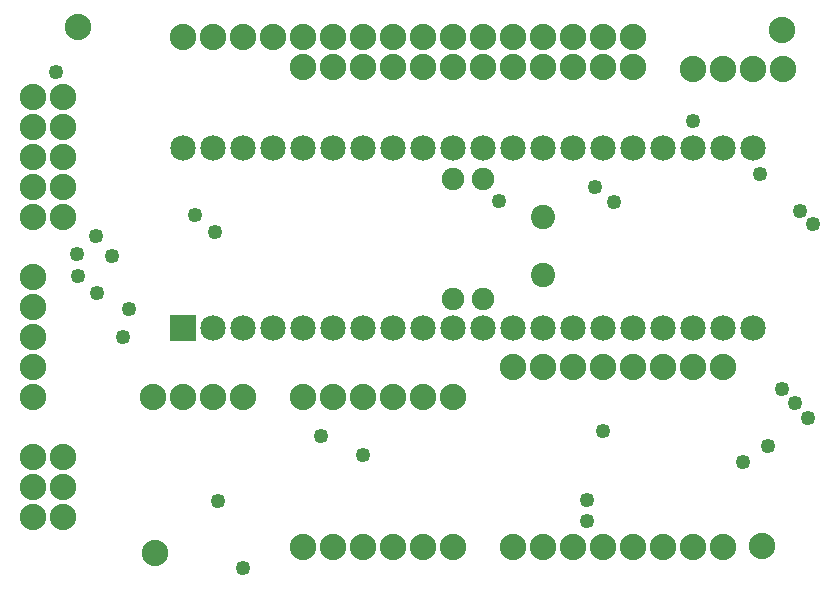
<source format=gts>
G04 MADE WITH FRITZING*
G04 WWW.FRITZING.ORG*
G04 DOUBLE SIDED*
G04 HOLES PLATED*
G04 CONTOUR ON CENTER OF CONTOUR VECTOR*
%ASAXBY*%
%FSLAX23Y23*%
%MOIN*%
%OFA0B0*%
%SFA1.0B1.0*%
%ADD10C,0.049370*%
%ADD11C,0.085000*%
%ADD12C,0.088000*%
%ADD13C,0.075000*%
%ADD14C,0.080925*%
%ADD15C,0.080866*%
%ADD16R,0.085000X0.085000*%
%LNMASK1*%
G90*
G70*
G54D10*
X1981Y1312D03*
X407Y812D03*
X805Y43D03*
X1661Y1265D03*
X256Y1014D03*
X319Y959D03*
X371Y1083D03*
X427Y905D03*
X254Y1088D03*
X315Y1148D03*
X183Y1694D03*
X2043Y1261D03*
X2530Y1356D03*
X2305Y1531D03*
X712Y1163D03*
X645Y1219D03*
X2663Y1230D03*
X2705Y1188D03*
X2474Y395D03*
X2557Y448D03*
X2602Y637D03*
X2646Y590D03*
X2691Y543D03*
X2007Y498D03*
X1066Y481D03*
X1207Y418D03*
X724Y265D03*
X1952Y268D03*
X1952Y198D03*
G54D11*
X607Y843D03*
X607Y1443D03*
X707Y843D03*
X707Y1443D03*
X807Y843D03*
X807Y1443D03*
X907Y843D03*
X907Y1443D03*
X1007Y843D03*
X1007Y1443D03*
X1107Y843D03*
X1107Y1443D03*
X1207Y843D03*
X1207Y1443D03*
X1307Y843D03*
X1307Y1443D03*
X1407Y843D03*
X1407Y1443D03*
X1507Y843D03*
X1507Y1443D03*
X1607Y843D03*
X1607Y1443D03*
X1707Y843D03*
X1707Y1443D03*
X1807Y843D03*
X1807Y1443D03*
X1907Y843D03*
X1907Y1443D03*
X2007Y843D03*
X2007Y1443D03*
X2107Y843D03*
X2107Y1443D03*
X2207Y843D03*
X2207Y1443D03*
X2307Y843D03*
X2307Y1443D03*
X2407Y843D03*
X2407Y1443D03*
X2507Y843D03*
X2507Y1443D03*
G54D12*
X207Y1612D03*
X207Y1512D03*
X207Y1412D03*
X207Y1312D03*
X207Y1212D03*
X257Y1845D03*
X2602Y1834D03*
X2535Y115D03*
X513Y90D03*
X107Y1612D03*
X107Y1512D03*
X107Y1412D03*
X107Y1312D03*
X107Y1212D03*
X107Y612D03*
X107Y712D03*
X107Y812D03*
X207Y412D03*
X107Y412D03*
X207Y312D03*
X107Y312D03*
X207Y212D03*
X107Y212D03*
X607Y1812D03*
X707Y1812D03*
X807Y1812D03*
X907Y1812D03*
X2107Y1812D03*
X2007Y1812D03*
X1907Y1812D03*
X1807Y1812D03*
X1707Y1812D03*
X1607Y1812D03*
X1507Y1812D03*
X1407Y1812D03*
X1307Y1812D03*
X1207Y1812D03*
X1107Y1812D03*
X1007Y1812D03*
X1007Y1712D03*
X1107Y1712D03*
X1207Y1712D03*
X1307Y1712D03*
X1407Y1712D03*
X1507Y1712D03*
X1607Y1712D03*
X1707Y1712D03*
X1807Y1712D03*
X1907Y1712D03*
X2007Y1712D03*
X2107Y1712D03*
X2307Y1704D03*
X2407Y1704D03*
X2507Y1704D03*
X2607Y1704D03*
X107Y1012D03*
X107Y912D03*
X1707Y712D03*
X1807Y712D03*
X1907Y712D03*
X2007Y712D03*
X2107Y712D03*
X2207Y712D03*
X2307Y712D03*
X2407Y712D03*
X1707Y112D03*
X1807Y112D03*
X1907Y112D03*
X2007Y112D03*
X2107Y112D03*
X2207Y112D03*
X2307Y112D03*
X2407Y112D03*
X1507Y112D03*
X1407Y112D03*
X1307Y112D03*
X1207Y112D03*
X1107Y112D03*
X1007Y112D03*
X1507Y612D03*
X1407Y612D03*
X1307Y612D03*
X1207Y612D03*
X1107Y612D03*
X1007Y612D03*
X507Y612D03*
X607Y612D03*
X707Y612D03*
X807Y612D03*
G54D13*
X1607Y939D03*
X1507Y939D03*
X1607Y939D03*
X1507Y939D03*
X1507Y1339D03*
X1607Y1339D03*
X1507Y1339D03*
X1607Y1339D03*
G54D14*
X1807Y1019D03*
G54D15*
X1807Y1212D03*
G54D16*
X607Y843D03*
G04 End of Mask1*
M02*
</source>
